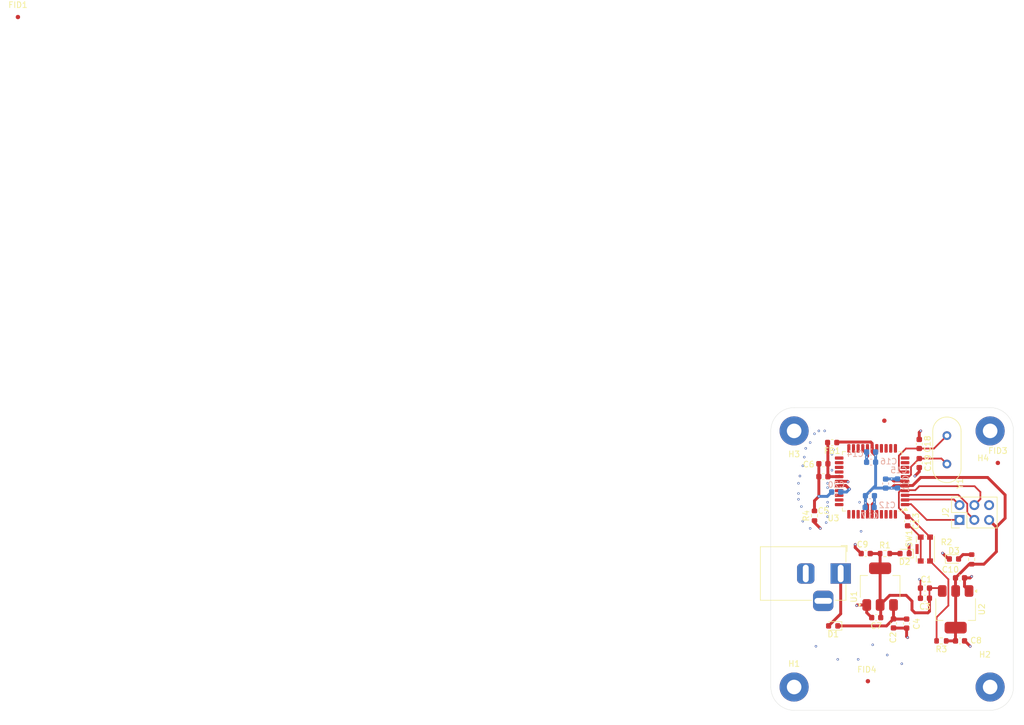
<source format=kicad_pcb>
(kicad_pcb (version 20241229) (generator "pcbnew") (generator_version "9.0")
  (layers (0 "F.Cu" signal) (4 "In1.Cu" power) (6 "In2.Cu" power) (2 "B.Cu" signal) (13 "F.Paste" user) (15 "B.Paste" user) (5 "F.SilkS" user "F.Silkscreen") (7 "B.SilkS" user "B.Silkscreen") (1 "F.Mask" user) (3 "B.Mask" user) (25 "Edge.Cuts" user))
  (net 0 "")
  (net 1 "Net-(D2-A)")
  (net 2 "+5VD")
  (net 3 "+3V3D")
  (net 4 "Net-(D3-A)")
  (net 5 "RST")
  (net 6 "GNDA")
  (net 7 "GNDD")
  (net 8 "/Power/9VD")
  (net 9 "PD1{slash}TXD")
  (net 10 "PB0")
  (net 11 "/Microcontroller/AREF")
  (net 12 "PC6")
  (net 13 "PB1")
  (net 14 "PD0{slash}RXD")
  (net 15 "PA3")
  (net 16 "PA0")
  (net 17 "+3V3A")
  (net 18 "PA2")
  (net 19 "PA1")
  (net 20 "PC4")
  (net 21 "PA5")
  (net 22 "PC2")
  (net 23 "Net-(U3-XTAL2)")
  (net 24 "PD4")
  (net 25 "PD3")
  (net 26 "PA6")
  (net 27 "PD5")
  (net 28 "PB4")
  (net 29 "PD2")
  (net 30 "PC7")
  (net 31 "PA7")
  (net 32 "PD6")
  (net 33 "PB3")
  (net 34 "PB5")
  (net 35 "Net-(U3-XTAL1)")
  (net 36 "PB6")
  (net 37 "PA4")
  (net 38 "PC5")
  (net 39 "PD7")
  (net 40 "PC0{slash}SCL")
  (net 41 "PB2")
  (net 42 "PC3")
  (net 43 "PC1{slash}SDA")
  (net 44 "PB7")
  (net 45 "+9VD")
  (net 46 "Net-(C13-Pad2)")
  (footprint "Package_TO_SOT_SMD:SOT-223-3_TabPin2" (layer "F.Cu") (at 162.5 103.15 -90)
    (property "Reference" "U2" (at 0 -4.5 90) (layer "F.SilkS"))
    (property "Value" "LM1117MP-3.3")
    (pad "1" smd roundrect (at -3.15 -2.3 270) (size 2 1.5) (layers "F.Cu" "F.Mask" "F.Paste") (net 7 "GNDD"))
    (pad "2" smd roundrect (at -3.15 0 270) (size 2 1.5) (layers "F.Cu" "F.Mask" "F.Paste") (net 3 "+3V3D"))
    (pad "2" smd roundrect (at 3.15 0 270) (size 2 3.8) (layers "F.Cu" "F.Mask" "F.Paste") (net 3 "+3V3D"))
    (pad "3" smd roundrect (at -3.15 2.3 270) (size 2 1.5) (layers "F.Cu" "F.Mask" "F.Paste") (net 2 "+5VD"))
  )
  (footprint "Crystal:Crystal_HC49-4H_Vertical" (layer "F.Cu") (at 161 78.19 90)
    (property "Reference" "Y1" (at -3.37 2.25 90) (layer "F.SilkS"))
    (property "Value" "16MHz")
    (pad "1" thru_hole circle (at 0 0 90) (size 1.5 1.5) (drill 0.8) (layers "*.Cu" "*.Mask") (net 23 "Net-(U3-XTAL2)"))
    (pad "2" thru_hole circle (at 4.88 0 90) (size 1.5 1.5) (drill 0.8) (layers "*.Cu" "*.Mask") (net 35 "Net-(U3-XTAL1)"))
  )
  (footprint "MountingHole:MountingHole_2.5mm_Pad" (layer "F.Cu") (at 168.425 72.5)
    (property "Reference" "H4" (at -1.2 4.675 0) (layer "F.SilkS"))
    (property "Value" "MountingHole_Pad" (hide yes))
    (pad "1" thru_hole circle (at 0 0) (size 5 5) (drill 2.5) (layers "*.Cu" "*.Mask") (net 7 "GNDD"))
  )
  (footprint "Connector_BarrelJack:BarrelJack_Horizontal" (layer "F.Cu") (at 142.75 97)
    (property "Reference" "J1" (hide yes))
    (property "Value" "Barrel_Jack_Switch")
    (pad "1" thru_hole rect (at 0 0) (size 3.5 3.5) (drill oval 1 3) (layers "*.Cu" "*.Mask") (net 45 "+9VD"))
    (pad "2" thru_hole roundrect (at -6 0) (size 3 3.5) (drill oval 1 3) (layers "*.Cu" "*.Mask") (net 7 "GNDD"))
    (pad "3" thru_hole roundrect (at -3 4.7) (size 3.5 3.5) (drill oval 3 1) (layers "*.Cu" "*.Mask") (net 7 "GNDD"))
  )
  (footprint "Capacitor_SMD:C_0603_1608Metric" (layer "F.Cu") (at 148.85 104.575 180)
    (property "Reference" "C7" (at 0 -1.43 0) (layer "F.SilkS"))
    (property "Value" "10uF")
    (pad "1" smd roundrect (at -0.775 0 180) (size 0.9 0.95) (layers "F.Cu" "F.Mask" "F.Paste") (net 2 "+5VD"))
    (pad "2" smd roundrect (at 0.775 0 180) (size 0.9 0.95) (layers "F.Cu" "F.Mask" "F.Paste") (net 7 "GNDD"))
  )
  (footprint "MountingHole:MountingHole_2.5mm_Pad" (layer "F.Cu") (at 134.75 72.5)
    (property "Reference" "H3" (at 0 4 0) (layer "F.SilkS"))
    (property "Value" "MountingHole_Pad" (hide yes))
    (pad "1" thru_hole circle (at 0 0) (size 5 5) (drill 2.5) (layers "*.Cu" "*.Mask") (net 7 "GNDD"))
  )
  (footprint "Resistor_SMD:R_0603_1608Metric" (layer "F.Cu") (at 150.35 93.575)
    (property "Reference" "R1" (at 0 -1.43 0) (layer "F.SilkS"))
    (property "Value" "4.7K")
    (pad "1" smd roundrect (at -0.825 0) (size 0.8 0.95) (layers "F.Cu" "F.Mask" "F.Paste") (net 2 "+5VD"))
    (pad "2" smd roundrect (at 0.825 0) (size 0.8 0.95) (layers "F.Cu" "F.Mask" "F.Paste") (net 1 "Net-(D2-A)"))
  )
  (footprint "Fiducial:Fiducial_0.75mm_Mask2.25mm" (layer "F.Cu") (at 1.4 1.4)
    (property "Reference" "FID1" (at 0 -2.08 0) (layer "F.SilkS"))
    (property "Value" "Fiducial")
    (pad "" smd circle (at 0 0) (size 0.75 0.75) (layers "F.Cu" "F.Mask") (clearance 0.85))
  )
  (footprint "Capacitor_SMD:C_0603_1608Metric" (layer "F.Cu") (at 157.225 101.25 180)
    (property "Reference" "C3" (at 0 -1.43 0) (layer "F.SilkS"))
    (property "Value" ".1uF")
    (pad "1" smd roundrect (at -0.775 0 180) (size 0.9 0.95) (layers "F.Cu" "F.Mask" "F.Paste") (net 2 "+5VD"))
    (pad "2" smd roundrect (at 0.775 0 180) (size 0.9 0.95) (layers "F.Cu" "F.Mask" "F.Paste") (net 7 "GNDD"))
  )
  (footprint "Capacitor_SMD:C_0603_1608Metric" (layer "F.Cu") (at 156.25 78.025 90)
    (property "Reference" "C19" (at 0 1.5 90) (layer "F.SilkS"))
    (property "Value" "22pF")
    (pad "1" smd roundrect (at -0.775 0 90) (size 0.9 0.95) (layers "F.Cu" "F.Mask" "F.Paste") (net 7 "GNDD"))
    (pad "2" smd roundrect (at 0.775 0 90) (size 0.9 0.95) (layers "F.Cu" "F.Mask" "F.Paste") (net 23 "Net-(U3-XTAL2)"))
  )
  (footprint "Capacitor_SMD:C_0603_1608Metric" (layer "F.Cu") (at 139.775 78.14375 180)
    (property "Reference" "C6" (at 2.525 -0.10625 0) (layer "F.SilkS"))
    (property "Value" "4.7uF")
    (pad "1" smd roundrect (at -0.775 0 180) (size 0.9 0.95) (layers "F.Cu" "F.Mask" "F.Paste") (net 17 "+3V3A"))
    (pad "2" smd roundrect (at 0.775 0 180) (size 0.9 0.95) (layers "F.Cu" "F.Mask" "F.Paste") (net 6 "GNDA"))
  )
  (footprint "Capacitor_SMD:C_0603_1608Metric" (layer "F.Cu") (at 163.25 108.575)
    (property "Reference" "C8" (at 2.75 -0.075 0) (layer "F.SilkS"))
    (property "Value" "10uF")
    (pad "1" smd roundrect (at -0.775 0) (size 0.9 0.95) (layers "F.Cu" "F.Mask" "F.Paste") (net 3 "+3V3D"))
    (pad "2" smd roundrect (at 0.775 0) (size 0.9 0.95) (layers "F.Cu" "F.Mask" "F.Paste") (net 7 "GNDD"))
  )
  (footprint "Capacitor_SMD:C_0603_1608Metric" (layer "F.Cu") (at 156.25 74.75 -90)
    (property "Reference" "C18" (at 0 -1.43 90) (layer "F.SilkS"))
    (property "Value" "22pF")
    (pad "1" smd roundrect (at -0.775 0 270) (size 0.9 0.95) (layers "F.Cu" "F.Mask" "F.Paste") (net 7 "GNDD"))
    (pad "2" smd roundrect (at 0.775 0 270) (size 0.9 0.95) (layers "F.Cu" "F.Mask" "F.Paste") (net 35 "Net-(U3-XTAL1)"))
  )
  (footprint "MountingHole:MountingHole_2.5mm_Pad" (layer "F.Cu") (at 134.75 116.5)
    (property "Reference" "H1" (at 0 -4 0) (layer "F.SilkS"))
    (property "Value" "MountingHole_Pad" (hide yes))
    (pad "1" thru_hole circle (at 0 0) (size 5 5) (drill 2.5) (layers "*.Cu" "*.Mask") (net 7 "GNDD"))
  )
  (footprint "Capacitor_SMD:C_0603_1608Metric" (layer "F.Cu") (at 151.825 105.575 -90)
    (property "Reference" "C2" (at 2.425 0.075 90) (layer "F.SilkS"))
    (property "Value" "10uF")
    (pad "1" smd roundrect (at -0.775 0 270) (size 0.9 0.95) (layers "F.Cu" "F.Mask" "F.Paste") (net 8 "/Power/9VD"))
    (pad "2" smd roundrect (at 0.775 0 270) (size 0.9 0.95) (layers "F.Cu" "F.Mask" "F.Paste") (net 7 "GNDD"))
  )
  (footprint "Resistor_SMD:R_0603_1608Metric" (layer "F.Cu") (at 138.25 87.075 90)
    (property "Reference" "R4" (at 0 -1.43 90) (layer "F.SilkS"))
    (property "Value" "0")
    (pad "1" smd roundrect (at -0.825 0 90) (size 0.8 0.95) (layers "F.Cu" "F.Mask" "F.Paste") (net 7 "GNDD"))
    (pad "2" smd roundrect (at 0.825 0 90) (size 0.8 0.95) (layers "F.Cu" "F.Mask" "F.Paste") (net 6 "GNDA"))
  )
  (footprint "Capacitor_SMD:C_0603_1608Metric" (layer "F.Cu") (at 139.775 80.35625 180)
    (property "Reference" "C5" (at 0 -5.8625 0) (layer "F.SilkS"))
    (property "Value" ".1uF")
    (pad "1" smd roundrect (at -0.775 0 180) (size 0.9 0.95) (layers "F.Cu" "F.Mask" "F.Paste") (net 17 "+3V3A"))
    (pad "2" smd roundrect (at 0.775 0 180) (size 0.9 0.95) (layers "F.Cu" "F.Mask" "F.Paste") (net 6 "GNDA"))
  )
  (footprint "MountingHole:MountingHole_2.5mm_Pad" (layer "F.Cu") (at 168.425 116.5)
    (property "Reference" "H2" (at -0.9 -5.575 0) (layer "F.SilkS"))
    (property "Value" "MountingHole_Pad" (hide yes))
    (pad "1" thru_hole circle (at 0 0) (size 5 5) (drill 2.5) (layers "*.Cu" "*.Mask") (net 7 "GNDD"))
  )
  (footprint "Connector_PinHeader_2.54mm:PinHeader_2x03_P2.54mm_Vertical" (layer "F.Cu") (at 163.17 87.79 90)
    (property "Reference" "J2" (at 1.27 -2.38 90) (layer "F.SilkS"))
    (property "Value" "ICSP")
    (pad "1" thru_hole rect (at 0 0 90) (size 1.7 1.7) (drill 1) (layers "*.Cu" "*.Mask") (net 34 "PB5"))
    (pad "2" thru_hole circle (at 2.54 0 90) (size 1.7 1.7) (drill 1) (layers "*.Cu" "*.Mask") (net 36 "PB6"))
    (pad "3" thru_hole circle (at 0 2.54 90) (size 1.7 1.7) (drill 1) (layers "*.Cu" "*.Mask") (net 44 "PB7"))
    (pad "4" thru_hole circle (at 2.54 2.54 90) (size 1.7 1.7) (drill 1) (layers "*.Cu" "*.Mask") (net 5 "RST"))
    (pad "5" thru_hole circle (at 0 5.08 90) (size 1.7 1.7) (drill 1) (layers "*.Cu" "*.Mask") (net 3 "+3V3D"))
    (pad "6" thru_hole circle (at 2.54 5.08 90) (size 1.7 1.7) (drill 1) (layers "*.Cu" "*.Mask") (net 7 "GNDD"))
  )
  (footprint "Resistor_SMD:R_0603_1608Metric" (layer "F.Cu") (at 160.05 108.575 180)
    (property "Reference" "R3" (at 0 -1.43 0) (layer "F.SilkS"))
    (property "Value" "10K")
    (pad "1" smd roundrect (at -0.825 0 180) (size 0.8 0.95) (layers "F.Cu" "F.Mask" "F.Paste") (net 3 "+3V3D"))
    (pad "2" smd roundrect (at 0.825 0 180) (size 0.8 0.95) (layers "F.Cu" "F.Mask" "F.Paste") (net 5 "RST"))
  )
  (footprint "Inductor_SMD:L_0603_1608Metric" (layer "F.Cu") (at 141.2875 74.5 180)
    (property "Reference" "FB1" (at 0 -1.43 0) (layer "F.SilkS"))
    (property "Value" "1K")
    (pad "1" smd roundrect (at -0.7875 0 180) (size 0.875 0.95) (layers "F.Cu" "F.Mask" "F.Paste") (net 3 "+3V3D"))
    (pad "2" smd roundrect (at 0.7875 0 180) (size 0.875 0.95) (layers "F.Cu" "F.Mask" "F.Paste") (net 17 "+3V3A"))
  )
  (footprint "Package_QFP:TQFP-44_10x10mm_P0.8mm" (layer "F.Cu") (at 148.15 81.1625 180)
    (property "Reference" "U3" (at 6.65 -6.3375 0) (layer "F.SilkS"))
    (property "Value" "ATmega32A-A")
    (pad "1" smd roundrect (at -5.6625 -4 180) (size 1.475 0.55) (layers "F.Cu" "F.Mask" "F.Paste") (net 34 "PB5"))
    (pad "2" smd roundrect (at -5.6625 -3.2 180) (size 1.475 0.55) (layers "F.Cu" "F.Mask" "F.Paste") (net 36 "PB6"))
    (pad "3" smd roundrect (at -5.6625 -2.4 180) (size 1.475 0.55) (layers "F.Cu" "F.Mask" "F.Paste") (net 44 "PB7"))
    (pad "4" smd roundrect (at -5.6625 -1.6 180) (size 1.475 0.55) (layers "F.Cu" "F.Mask" "F.Paste") (net 5 "RST"))
    (pad "5" smd roundrect (at -5.6625 -0.8 180) (size 1.475 0.55) (layers "F.Cu" "F.Mask" "F.Paste") (net 3 "+3V3D"))
    (pad "6" smd roundrect (at -5.6625 0 180) (size 1.475 0.55) (layers "F.Cu" "F.Mask" "F.Paste") (net 7 "GNDD"))
    (pad "7" smd roundrect (at -5.6625 0.8 180) (size 1.475 0.55) (layers "F.Cu" "F.Mask" "F.Paste") (net 23 "Net-(U3-XTAL2)"))
    (pad "8" smd roundrect (at -5.6625 1.6 180) (size 1.475 0.55) (layers "F.Cu" "F.Mask" "F.Paste") (net 35 "Net-(U3-XTAL1)"))
    (pad "9" smd roundrect (at -5.6625 2.4 180) (size 1.475 0.55) (layers "F.Cu" "F.Mask" "F.Paste") (net 14 "PD0{slash}RXD"))
    (pad "10" smd roundrect (at -5.6625 3.2 180) (size 1.475 0.55) (layers "F.Cu" "F.Mask" "F.Paste") (net 9 "PD1{slash}TXD"))
    (pad "11" smd roundrect (at -5.6625 4 180) (size 1.475 0.55) (layers "F.Cu" "F.Mask" "F.Paste") (net 29 "PD2"))
    (pad "12" smd roundrect (at -4 5.6625 180) (size 0.55 1.475) (layers "F.Cu" "F.Mask" "F.Paste") (net 25 "PD3"))
    (pad "13" smd roundrect (at -3.2 5.6625 180) (size 0.55 1.475) (layers "F.Cu" "F.Mask" "F.Paste") (net 24 "PD4"))
    (pad "14" smd roundrect (at -2.4 5.6625 180) (size 0.55 1.475) (layers "F.Cu" "F.Mask" "F.Paste") (net 27 "PD5"))
    (pad "15" smd roundrect (at -1.6 5.6625 180) (size 0.55 1.475) (layers "F.Cu" "F.Mask" "F.Paste") (net 32 "PD6"))
    (pad "16" smd roundrect (at -0.8 5.6625 180) (size 0.55 1.475) (layers "F.Cu" "F.Mask" "F.Paste") (net 39 "PD7"))
    (pad "17" smd roundrect (at 0 5.6625 180) (size 0.55 1.475) (layers "F.Cu" "F.Mask" "F.Paste") (net 3 "+3V3D"))
    (pad "18" smd roundrect (at 0.8 5.6625 180) (size 0.55 1.475) (layers "F.Cu" "F.Mask" "F.Paste") (net 7 "GNDD"))
    (pad "19" smd roundrect (at 1.6 5.6625 180) (size 0.55 1.475) (layers "F.Cu" "F.Mask" "F.Paste") (net 40 "PC0{slash}SCL"))
    (pad "20" smd roundrect (at 2.4 5.6625 180) (size 0.55 1.475) (layers "F.Cu" "F.Mask" "F.Paste") (net 43 "PC1{slash}SDA"))
    (pad "21" smd roundrect (at 3.2 5.6625 180) (size 0.55 1.475) (layers "F.Cu" "F.Mask" "F.Paste") (net 22 "PC2"))
    (pad "22" smd roundrect (at 4 5.6625 180) (size 0.55 1.475) (layers "F.Cu" "F.Mask" "F.Paste") (net 42 "PC3"))
    (pad "23" smd roundrect (at 5.6625 4 180) (size 1.475 0.55) (layers "F.Cu" "F.Mask" "F.Paste") (net 20 "PC4"))
    (pad "24" smd roundrect (at 5.6625 3.2 180) (size 1.475 0.55) (layers "F.Cu" "F.Mask" "F.Paste") (net 38 "PC5"))
    (pad "25" smd roundrect (at 5.6625 2.4 180) (size 1.475 0.55) (layers "F.Cu" "F.Mask" "F.Paste") (net 12 "PC6"))
    (pad "26" smd roundrect (at 5.6625 1.6 180) (size 1.475 0.55) (layers "F.Cu" "F.Mask" "F.Paste") (net 30 "PC7"))
    (pad "27" smd roundrect (at 5.6625 0.8 180) (size 1.475 0.55) (layers "F.Cu" "F.Mask" "F.Paste") (net 17 "+3V3A"))
    (pad "28" smd roundrect (at 5.6625 0 180) (size 1.475 0.55) (layers "F.Cu" "F.Mask" "F.Paste") (net 7 "GNDD"))
    (pad "29" smd roundrect (at 5.6625 -0.8 180) (size 1.475 0.55) (layers "F.Cu" "F.Mask" "F.Paste") (net 11 "/Microcontroller/AREF"))
    (pad "30" smd roundrect (at 5.6625 -1.6 180) (size 1.475 0.55) (layers "F.Cu" "F.Mask" "F.Paste") (net 31 "PA7"))
    (pad "31" smd roundrect (at 5.6625 -2.4 180) (size 1.475 0.55) (layers "F.Cu" "F.Mask" "F.Paste") (net 26 "PA6"))
    (pad "32" smd roundrect (at 5.6625 -3.2 180) (size 1.475 0.55) (layers "F.Cu" "F.Mask" "F.Paste") (net 21 "PA5"))
    (pad "33" smd roundrect (at 5.6625 -4 180) (size 1.475 0.55) (layers "F.Cu" "F.Mask" "F.Paste") (net 37 "PA4"))
    (pad "34" smd roundrect (at 4 -5.6625 180) (size 0.55 1.475) (layers "F.Cu" "F.Mask" "F.Paste") (net 15 "PA3"))
    (pad "35" smd roundrect (at 3.2 -5.6625 180) (size 0.55 1.475) (layers "F.Cu" "F.Mask" "F.Paste") (net 18 "PA2"))
    (pad "36" smd roundrect (at 2.4 -5.6625 180) (size 0.55 1.475) (layers "F.Cu" "F.Mask" "F.Paste") (net 19 "PA1"))
    (pad "37" smd roundrect (at 1.6 -5.6625 180) (size 0.55 1.475) (layers "F.Cu" "F.Mask" "F.Paste") (net 16 "PA0"))
    (pad "38" smd roundrect (at 0.8 -5.6625 180) (size 0.55 1.475) (layers "F.Cu" "F.Mask" "F.Paste") (net 3 "+3V3D"))
    (pad "39" smd roundrect (at 0 -5.6625 180) (size 0.55 1.475) (layers "F.Cu" "F.Mask" "F.Paste") (net 7 "GNDD"))
    (pad "40" smd roundrect (at -0.8 -5.6625 180) (size 0.55 1.475) (layers "F.Cu" "F.Mask" "F.Paste") (net 10 "PB0"))
    (pad "41" smd roundrect (at -1.6 -5.6625 180) (size 0.55 1.475) (layers "F.Cu" "F.Mask" "F.Paste") (net 13 "PB1"))
    (pad "42" smd roundrect (at -2.4 -5.6625 180) (size 0.55 1.475) (layers "F.Cu" "F.Mask" "F.Paste") (net 41 "PB2"))
    (pad "43" smd roundrect (at -3.2 -5.6625 180) (size 0.55 1.475) (layers "F.Cu" "F.Mask" "F.Paste") (net 33 "PB3"))
    (pad "44" smd roundrect (at -4 -5.6625 180) (size 0.55 1.475) (layers "F.Cu" "F.Mask" "F.Paste") (net 28 "PB4"))
  )
  (footprint "Fiducial:Fiducial_0.75mm_Mask2.25mm" (layer "F.Cu") (at 150.25 70.75)
    (property "Reference" "FID2" (hide yes))
    (property "Value" "Fiducial")
    (pad "" smd circle (at 0 0) (size 0.75 0.75) (layers "F.Cu" "F.Mask") (clearance 0.85))
  )
  (footprint "LED_SMD:LED_0603_1608Metric" (layer "F.Cu") (at 153.7375 93.575 180)
    (property "Reference" "D2" (at 0 -1.43 0) (layer "F.SilkS"))
    (property "Value" "5VPWRLED")
    (pad "1" smd roundrect (at -0.7875 0 180) (size 0.875 0.95) (layers "F.Cu" "F.Mask" "F.Paste") (net 7 "GNDD"))
    (pad "2" smd roundrect (at 0.7875 0 180) (size 0.875 0.95) (layers "F.Cu" "F.Mask" "F.Paste") (net 1 "Net-(D2-A)"))
  )
  (footprint "Fiducial:Fiducial_0.75mm_Mask2.25mm" (layer "F.Cu") (at 147.425 115.5)
    (property "Reference" "FID4" (at -0.175 -2 0) (layer "F.SilkS"))
    (property "Value" "Fiducial")
    (pad "" smd circle (at 0 0) (size 0.75 0.75) (layers "F.Cu" "F.Mask") (clearance 0.85))
  )
  (footprint "Capacitor_SMD:C_0603_1608Metric" (layer "F.Cu") (at 163.25 97.75)
    (property "Reference" "C10" (at -1.65 -1.43 0) (layer "F.SilkS"))
    (property "Value" ".1uF")
    (pad "1" smd roundrect (at -0.775 0) (size 0.9 0.95) (layers "F.Cu" "F.Mask" "F.Paste") (net 3 "+3V3D"))
    (pad "2" smd roundrect (at 0.775 0) (size 0.9 0.95) (layers "F.Cu" "F.Mask" "F.Paste") (net 7 "GNDD"))
  )
  (footprint "Capacitor_SMD:C_0603_1608Metric" (layer "F.Cu") (at 154.25 88.025 -90)
    (property "Reference" "C13" (at 0 -1.43 90) (layer "F.SilkS"))
    (property "Value" ".1uF")
    (pad "1" smd roundrect (at -0.775 0 270) (size 0.9 0.95) (layers "F.Cu" "F.Mask" "F.Paste") (net 5 "RST"))
    (pad "2" smd roundrect (at 0.775 0 270) (size 0.9 0.95) (layers "F.Cu" "F.Mask" "F.Paste") (net 46 "Net-(C13-Pad2)"))
  )
  (footprint "Capacitor_SMD:C_0603_1608Metric" (layer "F.Cu") (at 157.225 99.5 180)
    (property "Reference" "C1" (at -0.225 1.5 0) (layer "F.SilkS"))
    (property "Value" "10uF")
    (pad "1" smd roundrect (at -0.775 0 180) (size 0.9 0.95) (layers "F.Cu" "F.Mask" "F.Paste") (net 2 "+5VD"))
    (pad "2" smd roundrect (at 0.775 0 180) (size 0.9 0.95) (layers "F.Cu" "F.Mask" "F.Paste") (net 7 "GNDD"))
  )
  (footprint "Package_TO_SOT_SMD:SOT-223-3_TabPin2" (layer "F.Cu") (at 149.525 99.25 90)
    (property "Reference" "U1" (at -1.75 -4.5 90) (layer "F.SilkS"))
    (property "Value" "LM1117MP-5.0")
    (pad "1" smd roundrect (at -3.15 -2.3 90) (size 2 1.5) (layers "F.Cu" "F.Mask" "F.Paste") (net 7 "GNDD"))
    (pad "2" smd roundrect (at -3.15 0 90) (size 2 1.5) (layers "F.Cu" "F.Mask" "F.Paste") (net 2 "+5VD"))
    (pad "2" smd roundrect (at 3.15 0 90) (size 2 3.8) (layers "F.Cu" "F.Mask" "F.Paste") (net 2 "+5VD"))
    (pad "3" smd roundrect (at -3.15 2.3 90) (size 2 1.5) (layers "F.Cu" "F.Mask" "F.Paste") (net 8 "/Power/9VD"))
  )
  (footprint "Capacitor_SMD:C_0603_1608Metric" (layer "F.Cu") (at 154.075 105.6 -90)
    (property "Reference" "C4" (at 0.05 -1.725 90) (layer "F.SilkS"))
    (property "Value" ".1uF")
    (pad "1" smd roundrect (at -0.775 0 270) (size 0.9 0.95) (layers "F.Cu" "F.Mask" "F.Paste") (net 8 "/Power/9VD"))
    (pad "2" smd roundrect (at 0.775 0 270) (size 0.9 0.95) (layers "F.Cu" "F.Mask" "F.Paste") (net 7 "GNDD"))
  )
  (footprint "Fiducial:Fiducial_0.75mm_Mask2.25mm" (layer "F.Cu") (at 169.75 78)
    (property "Reference" "FID3" (at 0 -2.08 0) (layer "F.SilkS"))
    (property "Value" "Fiducial")
    (pad "" smd circle (at 0 0) (size 0.75 0.75) (layers "F.Cu" "F.Mask") (clearance 0.85))
  )
  (footprint "Button_Switch_SMD:SW_Push_1P1T-SH_NO_CK_KMR2xxG" (layer "F.Cu") (at 157.3 92.8 90)
    (property "Reference" "SW1" (at 1.8 -2.8 90) (layer "F.SilkS"))
    (property "Value" "RESET" (hide yes))
    (pad "1" smd rect (at -2.05 -0.8 90) (size 0.9 1) (layers "F.Cu" "F.Mask" "F.Paste") (net 46 "Net-(C13-Pad2)"))
    (pad "1" smd rect (at 2.05 -0.8 90) (size 0.9 1) (layers "F.Cu" "F.Mask" "F.Paste") (net 46 "Net-(C13-Pad2)"))
    (pad "2" smd rect (at -2.05 0.8 90) (size 0.9 1) (layers "F.Cu" "F.Mask" "F.Paste") (net 5 "RST"))
    (pad "2" smd rect (at 2.05 0.8 90) (size 0.9 1) (layers "F.Cu" "F.Mask" "F.Paste") (net 5 "RST"))
    (pad "SH" smd rect (at 0 -1.425 90) (size 1.7 0.55) (layers "F.Cu" "F.Mask" "F.Paste"))
  )
  (footprint "Diode_SMD:D_0603_1608Metric" (layer "F.Cu") (at 141.4625 106 180)
    (property "Reference" "D1" (at 0 -1.43 0) (layer "F.SilkS"))
    (property "Value" "PROTECTION")
    (pad "1" smd roundrect (at -0.7875 0 180) (size 0.875 0.95) (layers "F.Cu" "F.Mask" "F.Paste") (net 8 "/Power/9VD"))
    (pad "2" smd roundrect (at 0.7875 0 180) (size 0.875 0.95) (layers "F.Cu" "F.Mask" "F.Paste") (net 45 "+9VD"))
  )
  (footprint "LED_SMD:LED_0603_1608Metric" (layer "F.Cu") (at 162.2125 94.5)
    (property "Reference" "D3" (at 0 -1.43 0) (layer "F.SilkS"))
    (property "Value" "3V3PWRLED")
    (pad "1" smd roundrect (at -0.7875 0) (size 0.875 0.95) (layers "F.Cu" "F.Mask" "F.Paste") (net 7 "GNDD"))
    (pad "2" smd roundrect (at 0.7875 0) (size 0.875 0.95) (layers "F.Cu" "F.Mask" "F.Paste") (net 4 "Net-(D3-A)"))
  )
  (footprint "Resistor_SMD:R_0603_1608Metric" (layer "F.Cu") (at 165.25 94.575 90)
    (property "Reference" "R2" (at 2.9675 -4.325 0) (layer "F.SilkS"))
    (property "Value" "3.3K")
    (pad "1" smd roundrect (at -0.825 0 90) (size 0.8 0.95) (layers "F.Cu" "F.Mask" "F.Paste") (net 3 "+3V3D"))
    (pad "2" smd roundrect (at 0.825 0 90) (size 0.8 0.95) (layers "F.Cu" "F.Mask" "F.Paste") (net 4 "Net-(D3-A)"))
  )
  (footprint "Capacitor_SMD:C_0603_1608Metric" (layer "F.Cu") (at 147.05 93.575 180)
    (property "Reference" "C9" (at 0.55 1.575 0) (layer "F.SilkS"))
    (property "Value" ".1uF")
    (pad "1" smd roundrect (at -0.775 0 180) (size 0.9 0.95) (layers "F.Cu" "F.Mask" "F.Paste") (net 2 "+5VD"))
    (pad "2" smd roundrect (at 0.775 0 180) (size 0.9 0.95) (layers "F.Cu" "F.Mask" "F.Paste") (net 7 "GNDD"))
  )
  (footprint "Capacitor_SMD:C_0603_1608Metric" (layer "B.Cu") (at 141.975 83 180)
    (property "Reference" "C20" (at -0.025 1.25 180) (layer "B.SilkS") (effects (justify mirror)))
    (property "Value" ".1uF")
    (pad "1" smd roundrect (at -0.775 0 180) (size 0.9 0.95) (layers "B.Cu" "B.Mask" "B.Paste") (net 11 "/Microcontroller/AREF"))
    (pad "2" smd roundrect (at 0.775 0 180) (size 0.9 0.95) (layers "B.Cu" "B.Mask" "B.Paste") (net 6 "GNDA"))
  )
  (footprint "Capacitor_SMD:C_0603_1608Metric" (layer "B.Cu") (at 150.475 81.55 90)
    (property "Reference" "C15" (at 2.3 2.275 180) (layer "B.SilkS") (effects (justify mirror)))
    (property "Value" "4.7uF")
    (pad "1" smd roundrect (at -0.775 0 90) (size 0.9 0.95) (layers "B.Cu" "B.Mask" "B.Paste") (net 3 "+3V3D"))
    (pad "2" smd roundrect (at 0.775 0 90) (size 0.9 0.95) (layers "B.Cu" "B.Mask" "B.Paste") (net 7 "GNDD"))
  )
  (footprint "Capacitor_SMD:C_0603_1608Metric" (layer "B.Cu") (at 147.975 77.875 180)
    (property "Reference" "C14" (at 2.725 1.43 0) (layer "B.SilkS") (effects (justify mirror)))
    (property "Value" ".1uF")
    (pad "1" smd roundrect (at -0.775 0 180) (size 0.9 0.95) (layers "B.Cu" "B.Mask" "B.Paste") (net 3 "+3V3D"))
    (pad "2" smd roundrect (at 0.775 0 180) (size 0.9 0.95) (layers "B.Cu" "B.Mask" "B.Paste") (net 7 "GNDD"))
  )
  (footprint "Capacitor_SMD:C_0603_1608Metric" (layer "B.Cu") (at 147.975 76.125 180)
    (property "Reference" "C16" (at -3.025 -1.625 0) (layer "B.SilkS") (effects (justify mirror)))
    (property "Value" ".1uF")
    (pad "1" smd roundrect (at -0.775 0 180) (size 0.9 0.95) (layers "B.Cu" "B.Mask" "B.Paste") (net 3 "+3V3D"))
    (pad "2" smd roundrect (at 0.775 0 180) (size 0.9 0.95) (layers "B.Cu" "B.Mask" "B.Paste") (net 7 "GNDD"))
  )
  (footprint "Capacitor_SMD:C_0603_1608Metric" (layer "B.Cu") (at 147.725 85.6375)
    (property "Reference" "C17" (at 0 1.43 0) (layer "B.SilkS") (effects (justify mirror)))
    (property "Value" "4.7uF")
    (pad "1" smd roundrect (at -0.775 0) (size 0.9 0.95) (layers "B.Cu" "B.Mask" "B.Paste") (net 3 "+3V3D"))
    (pad "2" smd roundrect (at 0.775 0) (size 0.9 0.95) (layers "B.Cu" "B.Mask" "B.Paste") (net 7 "GNDD"))
  )
  (footprint "Capacitor_SMD:C_0603_1608Metric" (layer "B.Cu") (at 147.775 83.6375)
    (property "Reference" "C12" (at 2.975 1.6125 0) (layer "B.SilkS") (effects (justify mirror)))
    (property "Value" "4.7uF")
    (pad "1" smd roundrect (at -0.775 0) (size 0.9 0.95) (layers "B.Cu" "B.Mask" "B.Paste") (net 3 "+3V3D"))
    (pad "2" smd roundrect (at 0.775 0) (size 0.9 0.95) (layers "B.Cu" "B.Mask" "B.Paste") (net 7 "GNDD"))
  )
  (footprint "Capacitor_SMD:C_0603_1608Metric" (layer "B.Cu") (at 152.5 81.525 90)
    (property "Reference" "C11" (at 0 1.43 90) (layer "B.SilkS") (effects (justify mirror)))
    (property "Value" ".1uF")
    (pad "1" smd roundrect (at -0.775 0 90) (size 0.9 0.95) (layers "B.Cu" "B.Mask" "B.Paste") (net 3 "+3V3D"))
    (pad "2" smd roundrect (at 0.775 0 90) (size 0.9 0.95) (layers "B.Cu" "B.Mask" "B.Paste") (net 7 "GNDD"))
  )
  (gr_arc (start 172.425 116.5) (mid 171.253427 119.328427) (end 168.425 120.5) (stroke (width 0.05)) (layer "Edge.Cuts"))
  (gr_line (start 134.75 120.5) (end 168.425 120.5) (stroke (width 0.05)) (layer "Edge.Cuts"))
  (gr_line (start 168.425 68.5) (end 134.75 68.5) (stroke (width 0.05)) (layer "Edge.Cuts"))
  (gr_line (start 130.75 72.5) (end 130.75 116.5) (stroke (width 0.05)) (layer "Edge.Cuts"))
  (gr_line (start 172.425 72.82843) (end 172.425 72.5) (stroke (width 0.05)) (layer "Edge.Cuts"))
  (gr_arc (start 168.425 68.5) (mid 171.253427 69.671573) (end 172.425 72.5) (stroke (width 0.05)) (layer "Edge.Cuts"))
  (gr_arc (start 130.75 72.5) (mid 131.921573 69.671573) (end 134.75 68.5) (stroke (width 0.05)) (layer "Edge.Cuts"))
  (gr_arc (start 134.75 120.5) (mid 131.921573 119.328427) (end 130.75 116.5) (stroke (width 0.05)) (layer "Edge.Cuts"))
  (gr_line (start 172.425 116.5) (end 172.425 72.82843) (stroke (width 0.05)) (layer "Edge.Cuts"))
  (segment (start 151.175 93.575) (end 152.95 93.575) (width 0.5) (layer "F.Cu") (net 1))
  (segment (start 147.825 93.575) (end 149.525 93.575) (width 0.5) (layer "F.Cu") (net 2))
  (segment (start 149.525 102.4) (end 151.175 100.75) (width 0.5) (layer "F.Cu") (net 2))
  (segment (start 149.525 93.575) (end 149.525 96.1) (width 0.5) (layer "F.Cu") (net 2))
  (segment (start 154 100.75) (end 155 101.75) (width 0.5) (layer "F.Cu") (net 2))
  (segment (start 155 103.25) (end 155.5 103.75) (width 0.5) (layer "F.Cu") (net 2))
  (segment (start 149.625 104.575) (end 149.625 102.5) (width 0.5) (layer "F.Cu") (net 2))
  (segment (start 158 103.5) (end 158 101.25) (width 0.5) (layer "F.Cu") (net 2))
  (segment (start 149.625 102.5) (end 149.525 102.4) (width 0.5) (layer "F.Cu") (net 2))
  (segment (start 155 101.75) (end 155 103.25) (width 0.5) (layer "F.Cu") (net 2))
  (segment (start 157.75 103.75) (end 158 103.5) (width 0.5) (layer "F.Cu") (net 2))
  (segment (start 149.525 96.1) (end 149.525 102.4) (width 0.5) (layer "F.Cu") (net 2))
  (segment (start 159.7 99.5) (end 160.2 100) (width 0.3) (layer "F.Cu") (net 2))
  (segment (start 155.5 103.75) (end 157.75 103.75) (width 0.5) (layer "F.Cu") (net 2))
  (segment (start 158 99.5) (end 159.7 99.5) (width 0.3) (layer "F.Cu") (net 2))
  (segment (start 158 99.5) (end 158 101.25) (width 0.3) (layer "F.Cu") (net 2))
  (segment (start 151.175 100.75) (end 154 100.75) (width 0.5) (layer "F.Cu") (net 2))
  (segment (start 147.375 85.2375) (end 147 84.8625) (width 0.5) (layer "F.Cu") (net 3))
  (segment (start 151.9375 81.8875) (end 151.5 82.325) (width 0.5) (layer "F.Cu") (net 3))
  (segment (start 162.475 97.75) (end 164.825 95.4) (width 0.5) (layer "F.Cu") (net 3))
  (segment (start 142.1635 74.4115) (end 147.9115 74.4115) (width 0.5) (layer "F.Cu") (net 3))
  (segment (start 162.475 97.75) (end 162.475 99.975) (width 0.5) (layer "F.Cu") (net 3))
  (segment (start 169.5 89.04) (end 168.25 87.79) (width 0.5) (layer "F.Cu") (net 3))
  (segment (start 162.475 108.575) (end 162.475 106.325) (width 0.5) (layer "F.Cu") (net 3))
  (segment (start 171 87.5) (end 169.5 89) (width 0.5) (layer "F.Cu") (net 3))
  (segment (start 148.175 75.425) (end 148.175 76.175) (width 0.5) (layer "F.Cu") (net 3))
  (segment (start 162.5 100) (end 162.5 106.3) (width 0.5) (layer "F.Cu") (net 3))
  (segment (start 165.25 95.4) (end 167.35 95.4) (width 0.5) (layer "F.Cu") (net 3))
  (segment (start 160.875 108.575) (end 162.475 108.575) (width 0.5) (layer "F.Cu") (net 3))
  (segment (start 162.475 99.975) (end 162.5 100) (width 0.5) (layer "F.Cu") (net 3))
  (segment (start 164.825 95.4) (end 165.25 95.4) (width 0.5) (layer "F.Cu") (net 3))
  (segment (start 162.475 106.325) (end 162.5 106.3) (width 0.5) (layer "F.Cu") (net 3))
  (segment (start 169.5 93.25) (end 169.5 89.04) (width 0.5) (layer "F.Cu") (net 3))
  (segment (start 169.5 89) (end 169.5 89.04) (width 0.5) (layer "F.Cu") (net 3))
  (segment (start 147.375 86.75) (end 147.375 85.2375) (width 0.5) (layer "F.Cu") (net 3))
  (segment (start 168 80.5) (end 171 83.5) (width 0.5) (layer "F.Cu") (net 3))
  (segment (start 171 83.5) (end 171 87.5) (width 0.5) (layer "F.Cu") (net 3))
  (segment (start 167.35 95.4) (end 169.5 93.25) (width 0.5) (layer "F.Cu") (net 3))
  (segment (start 147.9115 74.4115) (end 148.15 74.65) (width 0.5) (layer "F.Cu") (net 3))
  (segment (start 142.075 74.5) (end 142.1635 74.4115) (width 0.5) (layer "F.Cu") (net 3))
  (segment (start 148.15 74.65) (end 148.15 75.5) (width 0.5) (layer "F.Cu") (net 3))
  (segment (start 155.1125 81.8875) (end 156.5 80.5) (width 0.5) (layer "F.Cu") (net 3))
  (segment (start 156.5 80.5) (end 168 80.5) (width 0.5) (layer "F.Cu") (net 3))
  (segment (start 148.175 76.175) (end 148.75 76.75) (width 0.5) (layer "F.Cu") (net 3))
  (segment (start 153.8375 81.8875) (end 151.9375 81.8875) (width 0.5) (layer "F.Cu") (net 3))
  (segment (start 153.8375 81.8875) (end 155.1125 81.8875) (width 0.5) (layer "F.Cu") (net 3))
  (via (at 148.75 76.75) (size 0.4) (drill 0.2) (layers "F.Cu" "B.Cu") (net 3))
  (via (at 151.5 82.325) (size 0.4) (drill 0.2) (layers "F.Cu" "B.Cu") (net 3))
  (via (at 147 84.8625) (size 0.4) (drill 0.2) (layers "F.Cu" "B.Cu") (net 3))
  (segment (start 148.75 77.875) (end 148.75 81.8875) (width 0.5) (layer "B.Cu") (net 3))
  (segment (start 147 85.5875) (end 146.95 85.6375) (width 0.5) (layer "B.Cu") (net 3))
  (segment (start 147 83.6375) (end 147 84.8625) (width 0.5) (layer "B.Cu") (net 3))
  (segment (start 150.5 82.3) (end 150.475 82.325) (width 0.5) (layer "B.Cu") (net 3))
  (segment (start 152.475 82.325) (end 152.5 82.3) (width 0.5) (layer "B.Cu") (net 3))
  (segment (start 148.3125 82.325) (end 147 83.6375) (width 0.5) (layer "B.Cu") (net 3))
  (segment (start 150.475 82.325) (end 151.5 82.325) (width 0.5) (layer "B.Cu") (net 3))
  (segment (start 150.475 82.325) (end 148.3125 82.325) (width 0.5) (layer "B.Cu") (net 3))
  (segment (start 151.5 82.325) (end 152.475 82.325) (width 0.5) (layer "B.Cu") (net 3))
  (segment (start 148.75 76.75) (end 148.75 77.875) (width 0.5) (layer "B.Cu") (net 3))
  (segment (start 147 84.8625) (end 147 85.5875) (width 0.5) (layer "B.Cu") (net 3))
  (segment (start 148.75 76.125) (end 148.75 76.75) (width 0.5) (layer "B.Cu") (net 3))
  (segment (start 148.75 81.8875) (end 148.3125 82.325) (width 0.5) (layer "B.Cu") (net 3))
  (segment (start 165.25 93.75) (end 163.75 93.75) (width 0.5) (layer "F.Cu") (net 4))
  (segment (start 163.75 93.75) (end 163 94.5) (width 0.5) (layer "F.Cu") (net 4))
  (segment (start 156.25 82) (end 155.5625 82.6875) (width 0.3) (layer "F.Cu") (net 5))
  (segment (start 152.75 83.037501) (end 152.75 85.75) (width 0.3) (layer "F.Cu") (net 5))
  (segment (start 165.75 82) (end 156.25 82) (width 0.3) (layer "F.Cu") (net 5))
  (segment (start 152.75 85.75) (end 154.25 87.25) (width 0.3) (layer "F.Cu") (net 5))
  (segment (start 158.1 90.75) (end 158.1 94.85) (width 0.3) (layer "F.Cu") (net 5))
  (segment (start 153.100001 82.6875) (end 152.75 83.037501) (width 0.3) (layer "F.Cu") (net 5))
  (segment (start 159.225 104.525) (end 159.225 108.575) (width 0.3) (layer "F.Cu") (net 5))
  (segment (start 166.75 83) (end 165.75 82) (width 0.3) (layer "F.Cu") (net 5))
  (segment (start 161.25 102.5) (end 159.225 104.525) (width 0.3) (layer "F.Cu") (net 5))
  (segment (start 154.25 87.25) (end 154.6 87.25) (width 0.3) (layer "F.Cu") (net 5))
  (segment (start 166.75 84.21) (end 166.75 83) (width 0.3) (layer "F.Cu") (net 5))
  (segment (start 155.5625 82.6875) (end 153.100001 82.6875) (width 0.3) (layer "F.Cu") (net 5))
  (segment (start 154.6 87.25) (end 158.1 90.75) (width 0.3) (layer "F.Cu") (net 5))
  (segment (start 158.1 94.85) (end 161.25 98) (width 0.3) (layer "F.Cu") (net 5))
  (segment (start 161.25 98) (end 161.25 102.5) (width 0.3) (layer "F.Cu") (net 5))
  (segment (start 165.71 85.25) (end 166.75 84.21) (width 0.3) (layer "F.Cu") (net 5))
  (segment (start 138.25 86.25) (end 138.25 84.5) (width 0.5) (layer "F.Cu") (net 6))
  (segment (start 138.25 84.5) (end 139 83.75) (width 0.5) (layer "F.Cu") (net 6))
  (segment (start 139 80.35625) (end 139 83.75) (width 0.5) (layer "F.Cu") (net 6))
  (segment (start 139 80.35625) (end 139 78.14375) (width 0.5) (layer "F.Cu") (net 6))
  (via (at 139 83.75) (size 0.4) (drill 0.2) (layers "F.Cu" "B.Cu") (net 6))
  (segment (start 140.45 83.75) (end 140.975 83.225) (width 0.5) (layer "B.Cu") (net 6))
  (segment (start 140.975 83.225) (end 141.2 83) (width 0.5) (layer "B.Cu") (net 6))
  (segment (start 139 83.75) (end 140.45 83.75) (width 0.5) (layer "B.Cu") (net 6))
  (segment (start 156.45 99.5) (end 156.45 101.25) (width 0.3) (layer "F.Cu") (net 7))
  (segment (start 161.425 94.5) (end 161.25 94.5) (width 0.5) (layer "F.Cu") (net 7))
  (segment (start 145.6 102.4) (end 145.5 102.5) (width 0.5) (layer "F.Cu") (net 7))
  (segment (start 156.25 72.75) (end 156.5 72.5) (width 0.5) (layer "F.Cu") (net 7))
  (segment (start 156.25 79.5) (end 155.5 80.25) (width 0.5) (layer "F.Cu") (net 7))
  (segment (start 154.075 107.825) (end 154.25 108) (width 0.5) (layer "F.Cu") (net 7))
  (segment (start 156.25 73.975) (end 156.25 72.75) (width 0.5) (layer "F.Cu") (net 7))
  (segment (start 147.225 103.725) (end 148.075 104.575) (width 0.5) (layer "F.Cu") (net 7))
  (segment (start 147.375 76.825) (end 147.2 77) (width 0.5) (layer "F.Cu") (net 7))
  (segment (start 154.075 106.375) (end 154.075 107.825) (width 0.5) (layer "F.Cu") (net 7))
  (segment (start 164.025 97.75) (end 164.025 99.225) (width 0.5) (layer "F.Cu") (net 7))
  (segment (start 154.5 93.55) (end 154.525 93.575) (width 0.5) (layer "F.Cu") (net 7))
  (segment (start 154.075 106.375) (end 151.85 106.375) (width 0.5) (layer "F.Cu") (net 7))
  (segment (start 154.5 92) (end 154.5 93.55) (width 0.5) (layer "F.Cu") (net 7))
  (segment (start 143.9125 81.1625) (end 144 81.25) (width 0.5) (layer "F.Cu") (net 7))
  (segment (start 146.275 93.575) (end 145.25 92.55) (width 0.5) (layer "F.Cu") (net 7))
  (segment (start 164.075 108.575) (end 165 109.5) (width 0.5) (layer "F.Cu") (net 7))
  (segment (start 145.25 92.55) (end 145.25 92) (width 0.5) (layer "F.Cu") (net 7))
  (segment (start 138.25 87.9) (end 138.25 88.25) (width 0.5) (layer "F.Cu") (net 7))
  (segment (start 156.25 78.8) (end 156.25 79.5) (width 0.5) (layer "F.Cu") (net 7))
  (segment (start 156.45 99.5) (end 156.45 98.2) (width 0.3) (layer "F.Cu") (net 7))
  (segment (start 156.45 98.2) (end 156.25 98) (width 0.3) (layer "F.Cu") (net 7))
  (segment (start 151.85 106.375) (end 151.825 106.35) (width 0.5) (layer "F.Cu") (net 7))
  (segment (start 148.175 86.75) (end 148.175 85.125) (width 0.5) (layer "F.Cu") (net 7))
  (segment (start 153.8375 81.0875) (end 151.8375 81.0875) (width 0.5) (layer "F.Cu") (net 7))
  (segment (start 147.225 102.4) (end 145.6 102.4) (width 0.5) (layer "F.Cu") (net 7))
  (segment (start 161.25 94.5) (end 160.25 93.5) (width 0.5) (layer "F.Cu") (net 7))
  (segment (start 164.025 97.75) (end 165 97.75) (width 0.5) (layer "F.Cu") (net 7))
  (segment (start 164.025 99.225) (end 164.8 100) (width 0.5) (layer "F.Cu") (net 7))
  (segment (start 147.375 75.425) (end 147.375 76.825) (width 0.5) (layer "F.Cu") (net 7))
  (segment (start 147.225 102.4) (end 147.225 103.725) (width 0.5) (layer "F.Cu") (net 7))
  (segment (start 164.025 108.575) (end 164.075 108.575) (width 0.5) (layer "F.Cu") (net 7))
  (segment (start 142.4875 81.1625) (end 143.9125 81.1625) (width 0.5) (layer "F.Cu") (net 7))
  (segment (start 138.25 88.25) (end 139.25 89.25) (width 0.5) (layer "F.Cu") (net 7))
  (segment (start 148.175 85.125) (end 148.55 84.75) (width 0.5) (layer "F.Cu") (net 7))
  (segment (start 151.8375 81.0875) (end 151.5 80.75) (width 0.5) (layer "F.Cu") (net 7))
  (segment (start 165 97.75) (end 165.25 97.5) (width 0.5) (layer "F.Cu") (net 7))
  (via (at 136.75 75.5) (size 0.4) (drill 0.2) (layers "F.Cu" "B.Cu") (net 7))
  (via (at 140.5 84.75) (size 0.4) (drill 0.2) (layers "F.Cu" "B.Cu") (net 7))
  (via (at 150.75 111) (size 0.4) (drill 0.2) (layers "F.Cu" "B.Cu") (net 7))
  (via (at 139 72.5) (size 0.4) (drill 0.2) (layers "F.Cu" "B.Cu") (net 7))
  (via (at 145.25 92) (size 0.4) (drill 0.2) (layers "F.Cu" "B.Cu") (net 7))
  (via (at 156.5 72.5) (size 0.4) (drill 0.2) (layers "F.Cu" "B.Cu") (net 7))
  (via (at 140.5 85.5) (size 0.4) (drill 0.2) (layers "F.Cu" "B.Cu") (net 7))
  (via (at 135.5 81.5) (size 0.4) (drill 0.2) (layers "F.Cu" "B.Cu") (net 7))
  (via (at 138.5 109.5) (size 0.4) (drill 0.2) (layers "F.Cu" "B.Cu") (net 7))
  (via (at 135.5 84.25) (size 0.4) (drill 0.2) (layers "F.Cu" "B.Cu") (net 7))
  (via (at 155.5 80.25) (size 0.4) (drill 0.2) (layers "F.Cu" "B.Cu") (net 7))
  (via (at 146.25 89.75) (size 0.4) (drill 0.2) (layers "F.Cu" "B.Cu") (net 7))
  (via (at 148.25 109.25) (size 0.4) (drill 0.2) (layers "F.Cu" "B.Cu") (net 7))
  (via (at 141.25 76.5) (size 0.4) (drill 0.2) (layers "F.Cu" "B.Cu") (net 7))
  (via (at 165.25 97.5) (size 0.4) (drill 0.2) (layers "F.Cu" "B.Cu") (net 7))
  (via (at 140.25 88.25) (size 0.4) (drill 0.2) (layers "F.Cu" "B.Cu") (net 7))
  (via (at 137.5 89.25) (size 0.4) (drill 0.2) (layers "F.Cu" "B.Cu") (net 7))
  (via (at 136.25 78.5) (size 0.4) (drill 0.2) (layers "F.Cu" "B.Cu") (net 7))
  (via (at 135.5 83.25) (size 0.4) (drill 0.2) (layers "F.Cu" "B.Cu") (net 7))
  (via (at 144 81.25) (size 0.4) (drill 0.2) (layers "F.Cu" "B.Cu") (net 7))
  (via (at 148.55 84.75) (size 0.4) (drill 0.2) (layers "F.Cu" "B.Cu") (net 7))
  (via (at 147.2 77) (size 0.4) (drill 0.2) (layers "F.Cu" "B.Cu") (net 7))
  (via (at 136.25 88) (size 0.4) (drill 0.2) (layers "F.Cu" "B.Cu") (net 7))
  (via (at 140 72.5) (size 0.4) (drill 0.2) (layers "F.Cu" "B.Cu") (net 7))
  (via (at 165 109.5) (size 0.4) (drill 0.2) (layers "F.Cu" "B.Cu") (net 7))
  (via (at 142.25 111.75) (size 0.4) (drill 0.2) (layers "F.Cu" "B.Cu") (net 7))
  (via (at 140.5 86.5) (size 0.4) (drill 0.2) (layers "F.Cu" "B.Cu") (net 7))
  (via (at 153.25 112.5) (size 0.4) (drill 0.2) (layers "F.Cu" "B.Cu") (net 7))
  (via (at 151.5 80.75) (size 0.4) (drill 0.2) (layers "F.Cu" "B.Cu") (net 7))
  (via (at 135.75 80.25) (size 0.4) (drill 0.2) (layers "F.Cu" "B.Cu") (net 7))
  (via (at 141.5 75.75) (size 0.4) (drill 0.2) (layers "F.Cu" "B.Cu") (net 7))
  (via (at 140.5 82.25) (size 0.4) (drill 0.2) (layers "F.Cu" "B.Cu") (net 7))
  (via (at 145.75 111.75) (size 0.4) (drill 0.2) (layers "F.Cu" "B.Cu") (net 7))
  (via (at 141.25 79.25) (size 0.4) (drill 0.2) (layers "F.Cu" "B.Cu") (net 7))
  (via (at 140.5 81.5) (size 0.4) (drill 0.2) (layers "F.Cu" "B.Cu") (net 7))
  (via (at 138.25 73) (size 0.4) (drill 0.2) (layers "F.Cu" "B.Cu") (net 7))
  (via (at 154.5 92) (size 0.4) (drill 0.2) (layers "F.Cu" "B.Cu") (net 7))
  (via (at 160.25 93.5) (size 0.4) (drill 0.2) (layers "F.Cu" "B.Cu") (net 7))
  (via (at 145.5 102.5) (size 0.4) (drill 0.2) (layers "F.Cu" "B.Cu") (net 7))
  (via (at 154.25 108) (size 0.4) (drill 0.2) (layers "F.Cu" "B.Cu") (net 7))
  (via (at 140.5 87.25) (size 0.4) (drill 0.2) (layers "F.Cu" "B.Cu") (net 7))
  (via (at 136 85.5) (size 0.4) (drill 0.2) (layers "F.Cu" "B.Cu") (net 7))
  (via (at 137.5 74.5) (size 0.4) (drill 0.2) (layers "F.Cu" "B.Cu") (net 7))
  (via (at 156.25 98) (size 0.4) (drill 0.2) (layers "F.Cu" "B.Cu") (net 7))
  (via (at 146 84.75) (size 0.4) (drill 0.2) (layers "F.Cu" "B.Cu") (net 7))
  (via (at 139.25 89.25) (size 0.4) (drill 0.2) (layers "F.Cu" "B.Cu") (net 7))
  (via (at 136.5 77) (size 0.4) (drill 0.2) (layers "F.Cu" "B.Cu") (net 7))
  (segment (start 148.55 84.75) (end 148.55 85.5875) (width 0.5) (layer "B.Cu") (net 7))
  (segment (start 148.55 83.6375) (end 148.55 84.75) (width 0.5) (layer "B.Cu") (net 7))
  (segment (start 147.2 77) (end 147.2 77.875) (width 0.5) (layer "B.Cu") (net 7))
  (segment (start 150.5 80.75) (end 150.475 80.775) (width 0.5) (layer "B.Cu") (net 7))
  (segment (start 148.55 85.5875) (end 148.5 85.6375) (width 0.5) (layer "B.Cu") (net 7))
  (segment (start 151.5 80.75) (end 150.5 80.75) (width 0.5) (layer "B.Cu") (net 7))
  (segment (start 147.2 76.125) (end 147.2 77) (width 0.5) (layer "B.Cu") (net 7))
  (segment (start 152.5 80.75) (end 151.5 80.75) (width 0.5) (layer "B.Cu") (net 7))
  (segment (start 142.25 106) (end 150.625 106) (width 0.5) (layer "F.Cu") (net 8))
  (segment (start 151.85 104.825) (end 151.825 104.8) (width 0.5) (layer "F.Cu") (net 8))
  (segment (start 151.825 102.4) (end 151.825 104.8) (width 0.5) (layer "F.Cu") (net 8))
  (segment (start 150.625 106) (end 151.825 104.8) (width 0.5) (layer "F.Cu") (net 8))
  (segment (start 154.075 104.825) (end 151.85 104.825) (width 0.5) (layer "F.Cu") (net 8))
  (segment (start 144.25 82.5) (end 143.6375 81.8875) (width 0.5) (layer "F.Cu") (net 11))
  (segment (start 143.6375 81.8875) (end 142.5125 81.8875) (width 0.5) (layer "F.Cu") (net 11))
  (via (at 144.25 82.5) (size 0.4) (drill 0.2) (layers "F.Cu" "B.Cu") (net 11))
  (segment (start 142.75 83) (end 143.75 83) (width 0.5) (layer "B.Cu") (net 11))
  (segment (start 143.75 83) (end 144.25 82.5) (width 0.5) (layer "B.Cu") (net 11))
  (segment (start 142.44375 80.35625) (end 142.5125 80.2875) (width 0.5) (layer "F.Cu") (net 17))
  (segment (start 140.55 78.14375) (end 140.55 74.55) (width 0.5) (layer "F.Cu") (net 17))
  (segment (start 140.55 74.55) (end 140.5 74.5) (width 0.5) (layer "F.Cu") (net 17))
  (segment (start 140.55 80.35625) (end 142.44375 80.35625) (width 0.5) (layer "F.Cu") (net 17))
  (segment (start 140.55 80.35625) (end 140.55 78.14375) (width 0.5) (layer "F.Cu") (net 17))
  (segment (start 154.826 78.674) (end 154.826 80.036499) (width 0.3) (layer "F.Cu") (net 23))
  (segment (start 156.25 77.25) (end 154.826 78.674) (width 0.3) (layer "F.Cu") (net 23))
  (segment (start 156.25 77.25) (end 160.06 77.25) (width 0.3) (layer "F.Cu") (net 23))
  (segment (start 160.06 77.25) (end 161 78.19) (width 0.3) (layer "F.Cu") (net 23))
  (segment (start 154.574999 80.2875) (end 153.8375 80.2875) (width 0.3) (layer "F.Cu") (net 23))
  (segment (start 154.826 80.036499) (end 154.574999 80.2875) (width 0.3) (layer "F.Cu") (net 23))
  (segment (start 153.8375 85.0875) (end 154.8375 85.0875) (width 0.3) (layer "F.Cu") (net 34))
  (segment (start 157.54 87.79) (end 163.17 87.79) (width 0.3) (layer "F.Cu") (net 34))
  (segment (start 154.8375 85.0875) (end 157.54 87.79) (width 0.3) (layer "F.Cu") (net 34))
  (segment (start 156.25 75.525) (end 158.785 75.525) (width 0.3) (layer "F.Cu") (net 35))
  (segment (start 158.785 75.525) (end 161 73.31) (width 0.3) (layer "F.Cu") (net 35))
  (segment (start 152.75 79.237499) (end 153.075001 79.5625) (width 0.3) (layer "F.Cu") (net 35))
  (segment (start 153.075001 79.5625) (end 153.8125 79.5625) (width 0.3) (layer "F.Cu") (net 35))
  (segment (start 152.75 76.75) (end 152.75 79.237499) (width 0.3) (layer "F.Cu") (net 35))
  (segment (start 156.25 75.525) (end 153.975 75.525) (width 0.3) (layer "F.Cu") (net 35))
  (segment (start 153.975 75.525) (end 152.75 76.75) (width 0.3) (layer "F.Cu") (net 35))
  (segment (start 153.8375 84.2875) (end 162.2075 84.2875) (width 0.3) (layer "F.Cu") (net 36))
  (segment (start 162.2075 84.2875) (end 163.17 85.25) (width 0.3) (layer "F.Cu") (net 36))
  (segment (start 164.5 85.02295) (end 164.5 86.58) (width 0.3) (layer "F.Cu") (net 44))
  (segment (start 153.8375 83.4875) (end 162.96455 83.4875) (width 0.3) (layer "F.Cu") (net 44))
  (segment (start 164.5 86.58) (end 165.71 87.79) (width 0.3) (layer "F.Cu") (net 44))
  (segment (start 162.96455 83.4875) (end 164.5 85.02295) (width 0.3) (layer "F.Cu") (net 44))
  (segment (start 142.75 103.925) (end 142.75 97) (width 0.5) (layer "F.Cu") (net 45))
  (segment (start 140.675 106) (end 142.75 103.925) (width 0.5) (layer "F.Cu") (net 45))
  (segment (start 154.25 88.8) (end 154.55 88.8) (width 0.3) (layer "F.Cu") (net 46))
  (segment (start 154.55 88.8) (end 156.5 90.75) (width 0.3) (layer "F.Cu") (net 46))
  (segment (start 156.5 90.75) (end 156.5 94.85) (width 0.3) (layer "F.Cu") (net 46))
)
</source>
